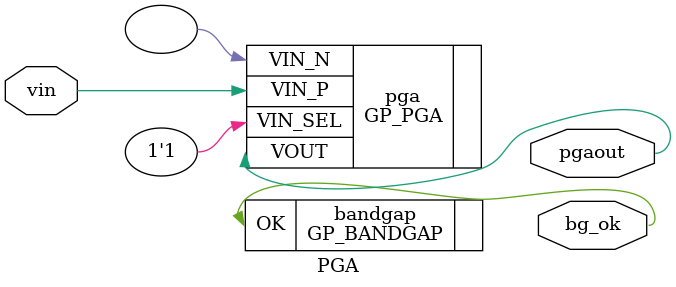
<source format=v>
/***********************************************************************************************************************
 * Copyright (C) 2016 Andrew Zonenberg and contributors                                                                *
 *                                                                                                                     *
 * This program is free software; you can redistribute it and/or modify it under the terms of the GNU Lesser General   *
 * Public License as published by the Free Software Foundation; either version 2.1 of the License, or (at your option) *
 * any later version.                                                                                                  *
 *                                                                                                                     *
 * This program is distributed in the hope that it will be useful, but WITHOUT ANY WARRANTY; without even the implied  *
 * warranty of MERCHANTABILITY or FITNESS FOR A PARTICULAR PURPOSE.  See the GNU Lesser General Public License for     *
 * more details.                                                                                                       *
 *                                                                                                                     *
 * You should have received a copy of the GNU Lesser General Public License along with this program; if not, you may   *
 * find one here:                                                                                                      *
 * https://www.gnu.org/licenses/old-licenses/lgpl-2.1.txt                                                              *
 * or you may search the http://www.gnu.org website for the version 2.1 license, or you may write to the Free Software *
 * Foundation, Inc., 51 Franklin Street, Fifth Floor, Boston, MA  02110-1301, USA                                      *
 **********************************************************************************************************************/

`default_nettype none

/**
	INPUTS:
		PGA input on pin 8

	OUTPUTS:
		PGA output on pin 7

	TEST PROCEDURE:
		Sweep analog waveform from 0 to 500 mV on pin 8
		Output should be 2x the input voltage
 */
module PGA(bg_ok, vin, pgaout);

	////////////////////////////////////////////////////////////////////////////////////////////////////////////////////
	// I/O declarations

	(* LOC = "P20" *)
	output wire bg_ok;

	(* LOC = "P8" *)
	(* IBUF_TYPE = "ANALOG" *)
	input wire vin;

	(* LOC = "P7" *)
	(* IBUF_TYPE = "ANALOG" *)
	output wire pgaout;

	////////////////////////////////////////////////////////////////////////////////////////////////////////////////////
	// System reset stuff

	//Power-on reset
	wire por_done;
	GP_POR #(
		.POR_TIME(500)
	) por (
		.RST_DONE(por_done)
	);

	////////////////////////////////////////////////////////////////////////////////////////////////////////////////////
	// 1.0V bandgap voltage reference (used by a lot of the mixed signal IP)

	GP_BANDGAP #(
		.AUTO_PWRDN(0),
		.CHOPPER_EN(1),
		.OUT_DELAY(550)
	) bandgap (
		.OK(bg_ok)
	);

	////////////////////////////////////////////////////////////////////////////////////////////////////////////////////
	// Programmable-gain analog amplifier

	GP_PGA #(
		.GAIN(2),
		.INPUT_MODE("SINGLE")
	) pga (
		.VIN_P(vin),
		.VIN_N(),
		.VIN_SEL(1'b1),
		.VOUT(pgaout)
	);

endmodule

</source>
